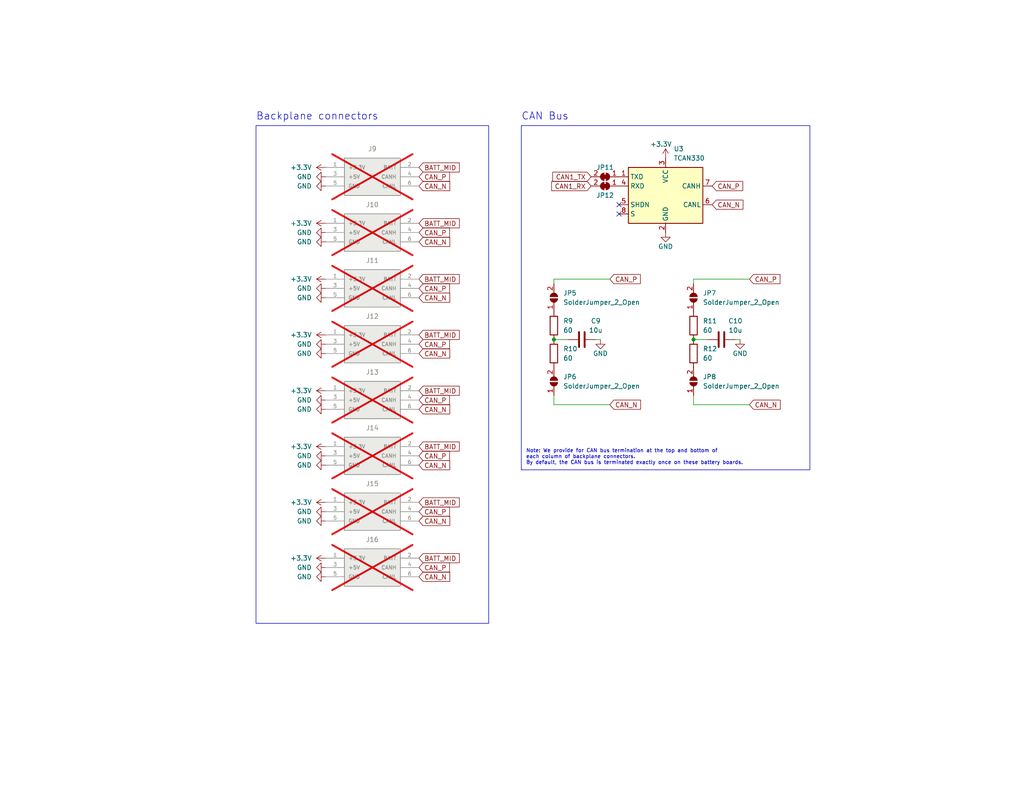
<source format=kicad_sch>
(kicad_sch (version 20230121) (generator eeschema)
  (paper "USLetter")
  (lib_symbols
    (symbol "Device:C" (pin_numbers hide) (pin_names (offset 0.254))
      (property "Reference" "C" (at 0.635 2.54 0))
      (property "Value" "C" (at 0.635 -2.54 0))
      (symbol "C_0_1"
        (polyline (pts (xy -2.032 -0.762) (xy 2.032 -0.762)) (stroke (width 0.508)))
        (polyline (pts (xy -2.032 0.762) (xy 2.032 0.762)) (stroke (width 0.508)))
      )
      (symbol "C_1_1"
        (pin passive line (at 0 3.81 270) (length 2.794) (name "~") (number "1"))
        (pin passive line (at 0 -3.81 90) (length 2.794) (name "~") (number "2"))
      )
    )
    (symbol "Device:R" (pin_numbers hide) (pin_names (offset 0))
      (property "Reference" "R" (at 2.032 0 90))
      (property "Value" "R" (at 0 0 90))
      (symbol "R_0_1"
        (rectangle (start -1.016 -2.54) (end 1.016 2.54) (stroke (width 0.254)))
      )
      (symbol "R_1_1"
        (pin passive line (at 0 3.81 270) (length 1.27) (name "~") (number "1"))
        (pin passive line (at 0 -3.81 90) (length 1.27) (name "~") (number "2"))
      )
    )
    (symbol "Interface_CAN_LIN:TCAN330"
      (property "Reference" "U" (at -10.16 8.89 0))
      (property "Value" "TCAN330" (at 2.54 8.89 0))
      (symbol "TCAN330_0_1"
        (rectangle (start -10.16 7.62) (end 10.16 -7.62) (stroke (width 0.254)) (fill (type background)))
      )
      (symbol "TCAN330_1_1"
        (pin input line (at -12.7 5.08 0) (length 2.54) (name "TXD") (number "1"))
        (pin power_in line (at 0 -10.16 90) (length 2.54) (name "GND") (number "2"))
        (pin power_in line (at 0 10.16 270) (length 2.54) (name "VCC") (number "3"))
        (pin tri_state line (at -12.7 2.54 0) (length 2.54) (name "RXD") (number "4"))
        (pin input line (at -12.7 -2.54 0) (length 2.54) (name "SHDN") (number "5"))
        (pin bidirectional line (at 12.7 -2.54 180) (length 2.54) (name "CANL") (number "6"))
        (pin bidirectional line (at 12.7 2.54 180) (length 2.54) (name "CANH") (number "7"))
        (pin input line (at -12.7 -5.08 0) (length 2.54) (name "S") (number "8"))
      )
    )
    (symbol "Jumper:SolderJumper_2_Bridged" (pin_names (offset 0) hide)
      (property "Reference" "JP" (at 0 2.032 0))
      (property "Value" "SolderJumper_2_Bridged" (at 0 -2.54 0))
      (symbol "SolderJumper_2_Bridged_0_1"
        (rectangle (start -0.508 0.508) (end 0.508 -0.508) (fill (type outline)))
        (arc (start -0.254 1.016) (mid -1.2656 0) (end -0.254 -1.016))
        (arc (start -0.254 1.016) (mid -1.2656 0) (end -0.254 -1.016) (fill (type outline)))
        (polyline (pts (xy -0.254 1.016) (xy -0.254 -1.016)))
        (polyline (pts (xy 0.254 1.016) (xy 0.254 -1.016)))
        (arc (start 0.254 -1.016) (mid 1.2656 0) (end 0.254 1.016))
        (arc (start 0.254 -1.016) (mid 1.2656 0) (end 0.254 1.016) (fill (type outline)))
      )
      (symbol "SolderJumper_2_Bridged_1_1"
        (pin passive line (at -3.81 0 0) (length 2.54) (name "A") (number "1"))
        (pin passive line (at 3.81 0 180) (length 2.54) (name "B") (number "2"))
      )
    )
    (symbol "Jumper:SolderJumper_2_Open" (pin_names (offset 0) hide)
      (property "Reference" "JP" (at 0 2.032 0))
      (property "Value" "SolderJumper_2_Open" (at 0 -2.54 0))
      (symbol "SolderJumper_2_Open_0_1"
        (arc (start -0.254 1.016) (mid -1.2656 0) (end -0.254 -1.016))
        (arc (start -0.254 1.016) (mid -1.2656 0) (end -0.254 -1.016) (fill (type outline)))
        (polyline (pts (xy -0.254 1.016) (xy -0.254 -1.016)))
        (polyline (pts (xy 0.254 1.016) (xy 0.254 -1.016)))
        (arc (start 0.254 -1.016) (mid 1.2656 0) (end 0.254 1.016))
        (arc (start 0.254 -1.016) (mid 1.2656 0) (end 0.254 1.016) (fill (type outline)))
      )
      (symbol "SolderJumper_2_Open_1_1"
        (pin passive line (at -3.81 0 0) (length 2.54) (name "A") (number "1"))
        (pin passive line (at 3.81 0 180) (length 2.54) (name "B") (number "2"))
      )
    )
    (symbol "TVSC:Backplane_Connector_Consumer" (pin_names (offset 1.016))
      (property "Reference" "J" (at 0 6.35 0))
      (symbol "Backplane_Connector_Consumer_0_0"
        (rectangle (start -7.62 -5.08) (end 7.62 5.08) (stroke (width 0.254)) (fill (type background)))
      )
      (symbol "Backplane_Connector_Consumer_1_0"
        (pin power_out line (at -12.7 2.54 0) (length 5.08) (name "+3.3V") (number "1"))
        (pin passive line (at 12.7 2.54 180) (length 5.08) (name "BATT") (number "2"))
        (pin power_out line (at -12.7 0 0) (length 5.08) (name "+5V") (number "3"))
        (pin bidirectional line (at 12.7 0 180) (length 5.08) (name "CANH") (number "4"))
        (pin power_out line (at -12.7 -2.54 0) (length 5.08) (name "GND") (number "5"))
        (pin bidirectional line (at 12.7 -2.54 180) (length 5.08) (name "CANL") (number "6"))
      )
    )
    (symbol "power:+3.3V" (power) (pin_names (offset 0))
      (property "Value" "+3.3V" (at 0 3.556 0))
      (symbol "+3.3V_0_1"
        (polyline (pts (xy -0.762 1.27) (xy 0 2.54)))
        (polyline (pts (xy 0 0) (xy 0 2.54)))
        (polyline (pts (xy 0 2.54) (xy 0.762 1.27)))
      )
      (symbol "+3.3V_1_1"
        (pin power_in line (at 0 0 90) (length 0) hide (name "+3.3V") (number "1"))
      )
    )
    (symbol "power:GND" (power) (pin_names (offset 0))
      (property "Value" "GND" (at 0 -3.81 0))
      (symbol "GND_0_1"
        (polyline (pts (xy 0 0) (xy 0 -1.27) (xy 1.27 -1.27) (xy 0 -2.54) (xy -1.27 -1.27) (xy 0 -1.27)))
      )
      (symbol "GND_1_1"
        (pin power_in line (at 0 0 270) (length 0) hide (name "GND") (number "1"))
      )
    )
  )
  (junction (at 189.23 92.71))
  (junction (at 151.13 92.71))
  (no_connect (at 168.91 55.88))
  (no_connect (at 168.91 58.42))
  (wire (pts (xy 193.04 92.71) (xy 189.23 92.71)))
  (wire (pts (xy 151.13 76.2) (xy 166.37 76.2)))
  (wire (pts (xy 162.56 92.71) (xy 163.83 92.71)))
  (wire (pts (xy 200.66 92.71) (xy 201.93 92.71)))
  (wire (pts (xy 151.13 76.2) (xy 151.13 77.47)))
  (wire (pts (xy 189.23 76.2) (xy 204.47 76.2)))
  (wire (pts (xy 189.23 76.2) (xy 189.23 77.47)))
  (wire (pts (xy 189.23 110.49) (xy 189.23 107.95)))
  (wire (pts (xy 151.13 110.49) (xy 166.37 110.49)))
  (wire (pts (xy 151.13 110.49) (xy 151.13 107.95)))
  (wire (pts (xy 189.23 110.49) (xy 204.47 110.49)))
  (wire (pts (xy 154.94 92.71) (xy 151.13 92.71)))
  (rectangle (start 69.85 34.29) (end 133.35 170.18))
  (rectangle (start 142.24 34.29) (end 220.98 128.27))
  (text "CAN Bus" (at 142.24 33.02 0) (effects (font (size 2 2)) (justify left bottom)))
  (text "Backplane connectors" (at 69.85 33.02 0) (effects (font (size 2 2)) (justify left bottom)))
  (text "Note: We provide for CAN bus termination at the top and bottom of\neach column of backplane connectors.\nBy default, the CAN bus is terminated exactly once on these battery boards." (at 143.51 127 0) (effects (font (size 1 1)) (justify left bottom)))
  (global_label "CAN_P" (shape input) (at 114.3 63.5 0) (property "Intersheetrefs" "${INTERSHEET_REFS}" (effects hide)))
  (global_label "CAN_N" (shape input) (at 114.3 142.24 0) (property "Intersheetrefs" "${INTERSHEET_REFS}" (effects hide)))
  (global_label "CAN_N" (shape input) (at 114.3 81.28 0) (property "Intersheetrefs" "${INTERSHEET_REFS}" (effects hide)))
  (global_label "CAN_P" (shape input) (at 114.3 78.74 0) (property "Intersheetrefs" "${INTERSHEET_REFS}" (effects hide)))
  (global_label "BATT_MID" (shape input) (at 114.3 45.72 0) (property "Intersheetrefs" "${INTERSHEET_REFS}" (effects hide)))
  (global_label "BATT_MID" (shape input) (at 114.3 137.16 0) (property "Intersheetrefs" "${INTERSHEET_REFS}" (effects hide)))
  (global_label "CAN_P" (shape input) (at 194.31 50.8 0) (property "Intersheetrefs" "${INTERSHEET_REFS}" (effects hide)))
  (global_label "CAN_P" (shape input) (at 114.3 93.98 0) (property "Intersheetrefs" "${INTERSHEET_REFS}" (effects hide)))
  (global_label "CAN_N" (shape input) (at 114.3 96.52 0) (property "Intersheetrefs" "${INTERSHEET_REFS}" (effects hide)))
  (global_label "BATT_MID" (shape input) (at 114.3 91.44 0) (property "Intersheetrefs" "${INTERSHEET_REFS}" (effects hide)))
  (global_label "CAN_P" (shape input) (at 166.37 76.2 0) (property "Intersheetrefs" "${INTERSHEET_REFS}" (effects hide)))
  (global_label "BATT_MID" (shape input) (at 114.3 152.4 0) (property "Intersheetrefs" "${INTERSHEET_REFS}" (effects hide)))
  (global_label "CAN_P" (shape input) (at 114.3 124.46 0) (property "Intersheetrefs" "${INTERSHEET_REFS}" (effects hide)))
  (global_label "CAN_N" (shape input) (at 114.3 157.48 0) (property "Intersheetrefs" "${INTERSHEET_REFS}" (effects hide)))
  (global_label "BATT_MID" (shape input) (at 114.3 60.96 0) (property "Intersheetrefs" "${INTERSHEET_REFS}" (effects hide)))
  (global_label "CAN_N" (shape input) (at 166.37 110.49 0) (property "Intersheetrefs" "${INTERSHEET_REFS}" (effects hide)))
  (global_label "BATT_MID" (shape input) (at 114.3 106.68 0) (property "Intersheetrefs" "${INTERSHEET_REFS}" (effects hide)))
  (global_label "CAN_P" (shape input) (at 114.3 48.26 0) (property "Intersheetrefs" "${INTERSHEET_REFS}" (effects hide)))
  (global_label "CAN1_RX" (shape input) (at 161.29 50.8 180) (property "Intersheetrefs" "${INTERSHEET_REFS}" (effects hide)))
  (global_label "BATT_MID" (shape input) (at 114.3 121.92 0) (property "Intersheetrefs" "${INTERSHEET_REFS}" (effects hide)))
  (global_label "CAN_N" (shape input) (at 114.3 50.8 0) (property "Intersheetrefs" "${INTERSHEET_REFS}" (effects hide)))
  (global_label "CAN_P" (shape input) (at 114.3 139.7 0) (property "Intersheetrefs" "${INTERSHEET_REFS}" (effects hide)))
  (global_label "CAN_N" (shape input) (at 114.3 66.04 0) (property "Intersheetrefs" "${INTERSHEET_REFS}" (effects hide)))
  (global_label "CAN_P" (shape input) (at 204.47 76.2 0) (property "Intersheetrefs" "${INTERSHEET_REFS}" (effects hide)))
  (global_label "BATT_MID" (shape input) (at 114.3 76.2 0) (property "Intersheetrefs" "${INTERSHEET_REFS}" (effects hide)))
  (global_label "CAN1_TX" (shape input) (at 161.29 48.26 180) (property "Intersheetrefs" "${INTERSHEET_REFS}" (effects hide)))
  (global_label "CAN_N" (shape input) (at 114.3 111.76 0) (property "Intersheetrefs" "${INTERSHEET_REFS}" (effects hide)))
  (global_label "CAN_N" (shape input) (at 114.3 127 0) (property "Intersheetrefs" "${INTERSHEET_REFS}" (effects hide)))
  (global_label "CAN_P" (shape input) (at 114.3 154.94 0) (property "Intersheetrefs" "${INTERSHEET_REFS}" (effects hide)))
  (global_label "CAN_N" (shape input) (at 194.31 55.88 0) (property "Intersheetrefs" "${INTERSHEET_REFS}" (effects hide)))
  (global_label "CAN_P" (shape input) (at 114.3 109.22 0) (property "Intersheetrefs" "${INTERSHEET_REFS}" (effects hide)))
  (global_label "CAN_N" (shape input) (at 204.47 110.49 0) (property "Intersheetrefs" "${INTERSHEET_REFS}" (effects hide)))
  (symbol (lib_id "power:GND") (at 163.83 92.71 0) (unit 1)
    (property "Reference" "#PWR067" (effects hide))
    (property "Value" "GND" (at 163.83 96.52 0))
  )
  (symbol (lib_id "power:+3.3V") (at 181.61 43.18 0) (unit 1)
    (property "Reference" "#PWR063" (effects hide))
    (property "Value" "+3.3V" (at 180.34 39.37 0))
  )
  (symbol (lib_id "power:GND") (at 201.93 92.71 0) (unit 1)
    (property "Reference" "#PWR068" (effects hide))
    (property "Value" "GND" (at 201.93 96.52 0))
  )
  (symbol (lib_id "TVSC:Backplane_Connector_Consumer") (at 101.6 93.98 0) (unit 1) (dnp yes)
    (property "Reference" "J12" (at 101.6 86.36 0))
    (property "Value" "TE_Connectivity_7-5530843-7" (effects hide))
    (property "Footprint" "footprints:TE_Connectivity_7-5530843-7" (effects hide))
    (property "Datasheet" "https://www.te.com/commerce/DocumentDelivery/DDEController?Action=showdoc&DocId=Customer+Drawing%7F5530843%7FG1%7Fpdf%7FEnglish%7FENG_CD_5530843_G1.pdf" (effects hide))
    (property "Manufacturer" "TE Connectivity" (effects hide))
    (property "Manufacturer Part Number" "7-5530843-7" (effects hide))
    (property "MPN" "C4570400" (effects hide))
  )
  (symbol (lib_id "TVSC:Backplane_Connector_Consumer") (at 101.6 109.22 0) (unit 1) (dnp yes)
    (property "Reference" "J13" (at 101.6 101.6 0))
    (property "Value" "TE_Connectivity_7-5530843-7" (effects hide))
    (property "Footprint" "footprints:TE_Connectivity_7-5530843-7" (effects hide))
    (property "Datasheet" "https://www.te.com/commerce/DocumentDelivery/DDEController?Action=showdoc&DocId=Customer+Drawing%7F5530843%7FG1%7Fpdf%7FEnglish%7FENG_CD_5530843_G1.pdf" (effects hide))
    (property "Manufacturer" "TE Connectivity" (effects hide))
    (property "Manufacturer Part Number" "7-5530843-7" (effects hide))
    (property "MPN" "C4570400" (effects hide))
  )
  (symbol (lib_id "power:GND") (at 181.61 63.5 0) (unit 1)
    (property "Reference" "#PWR064" (effects hide))
    (property "Value" "GND" (at 181.61 67.31 0))
  )
  (symbol (lib_id "power:GND") (at 88.9 66.04 270) (unit 1)
    (property "Reference" "#PWR044" (effects hide))
    (property "Value" "GND" (at 85.09 66.04 90) (effects (justify right)))
  )
  (symbol (lib_id "Device:R") (at 151.13 88.9 0) (unit 1)
    (property "Reference" "R9" (at 153.67 87.63 0) (effects (justify left)))
    (property "Value" "60" (at 153.67 90.17 0) (effects (justify left)))
    (property "Footprint" "Resistor_SMD:R_0402_1005Metric" (effects hide))
  )
  (symbol (lib_id "power:+3.3V") (at 88.9 152.4 90) (unit 1)
    (property "Reference" "#PWR060" (effects hide))
    (property "Value" "+3.3V" (at 85.09 152.4 90) (effects (justify left)))
  )
  (symbol (lib_id "Device:C") (at 158.75 92.71 90) (unit 1)
    (property "Reference" "C9" (at 162.56 87.63 90))
    (property "Value" "10u" (at 162.56 90.17 90))
    (property "Footprint" "Capacitor_SMD:C_0603_1608Metric" (effects hide))
    (property "MPN" "C19702" (effects hide))
    (property "Manufacturer" "Samsung Electro-Mechanics" (effects hide))
    (property "Manufacturer Part Number" "CL10A106KP8NNNC" (effects hide))
  )
  (symbol (lib_id "Interface_CAN_LIN:TCAN330") (at 181.61 53.34 0) (unit 1)
    (property "Reference" "U3" (at 183.8041 40.64 0) (effects (justify left)))
    (property "Value" "TCAN330" (at 183.8041 43.18 0) (effects (justify left)))
    (property "Footprint" "Package_TO_SOT_SMD:SOT-23-8" (effects hide))
    (property "Datasheet" "http://www.ti.com/lit/ds/symlink/tcan337.pdf" (effects hide))
    (property "Alternate" "TCAN332" (effects hide))
    (property "Manufacturer" "Texas Instruments" (effects hide))
    (property "Manufacturer Part Number" "TCAN330DCNR" (effects hide))
    (property "Active" "Y" (effects hide))
    (property "MPN" "C2877587" (effects hide))
  )
  (symbol (lib_id "power:+3.3V") (at 88.9 106.68 90) (unit 1)
    (property "Reference" "#PWR051" (effects hide))
    (property "Value" "+3.3V" (at 85.09 106.68 90) (effects (justify left)))
  )
  (symbol (lib_id "Device:R") (at 189.23 96.52 0) (unit 1)
    (property "Reference" "R12" (at 191.77 95.25 0) (effects (justify left)))
    (property "Value" "60" (at 191.77 97.79 0) (effects (justify left)))
    (property "Footprint" "Resistor_SMD:R_0402_1005Metric" (effects hide))
  )
  (symbol (lib_id "TVSC:Backplane_Connector_Consumer") (at 101.6 124.46 0) (unit 1) (dnp yes)
    (property "Reference" "J14" (at 101.6 116.84 0))
    (property "Value" "TE_Connectivity_7-5530843-7" (effects hide))
    (property "Footprint" "footprints:TE_Connectivity_7-5530843-7" (effects hide))
    (property "Datasheet" "https://www.te.com/commerce/DocumentDelivery/DDEController?Action=showdoc&DocId=Customer+Drawing%7F5530843%7FG1%7Fpdf%7FEnglish%7FENG_CD_5530843_G1.pdf" (effects hide))
    (property "Manufacturer" "TE Connectivity" (effects hide))
    (property "Manufacturer Part Number" "7-5530843-7" (effects hide))
    (property "MPN" "C4570400" (effects hide))
  )
  (symbol (lib_id "power:GND") (at 88.9 48.26 270) (unit 1)
    (property "Reference" "#PWR020" (effects hide))
    (property "Value" "GND" (at 85.09 48.26 90) (effects (justify right)))
  )
  (symbol (lib_id "Jumper:SolderJumper_2_Open") (at 151.13 81.28 90) (unit 1)
    (property "Reference" "JP5" (at 153.67 80.01 90) (effects (justify right)))
    (property "Value" "SolderJumper_2_Open" (at 153.67 82.55 90) (effects (justify right)))
    (property "Footprint" "Jumper:SolderJumper-2_P1.3mm_Open_RoundedPad1.0x1.5mm" (effects hide))
  )
  (symbol (lib_id "power:GND") (at 88.9 127 270) (unit 1)
    (property "Reference" "#PWR056" (effects hide))
    (property "Value" "GND" (at 85.09 127 90) (effects (justify right)))
  )
  (symbol (lib_id "TVSC:Backplane_Connector_Consumer") (at 101.6 154.94 0) (unit 1) (dnp yes)
    (property "Reference" "J16" (at 101.6 147.32 0))
    (property "Value" "TE_Connectivity_7-5530843-7" (effects hide))
    (property "Footprint" "footprints:TE_Connectivity_7-5530843-7" (effects hide))
    (property "Datasheet" "https://www.te.com/commerce/DocumentDelivery/DDEController?Action=showdoc&DocId=Customer+Drawing%7F5530843%7FG1%7Fpdf%7FEnglish%7FENG_CD_5530843_G1.pdf" (effects hide))
    (property "Manufacturer" "TE Connectivity" (effects hide))
    (property "Manufacturer Part Number" "7-5530843-7" (effects hide))
    (property "MPN" "C4570400" (effects hide))
  )
  (symbol (lib_id "power:GND") (at 88.9 139.7 270) (unit 1)
    (property "Reference" "#PWR026" (effects hide))
    (property "Value" "GND" (at 85.09 139.7 90) (effects (justify right)))
  )
  (symbol (lib_id "power:+3.3V") (at 88.9 121.92 90) (unit 1)
    (property "Reference" "#PWR054" (effects hide))
    (property "Value" "+3.3V" (at 85.09 121.92 90) (effects (justify left)))
  )
  (symbol (lib_id "power:+3.3V") (at 88.9 91.44 90) (unit 1)
    (property "Reference" "#PWR048" (effects hide))
    (property "Value" "+3.3V" (at 85.09 91.44 90) (effects (justify left)))
  )
  (symbol (lib_id "power:GND") (at 88.9 124.46 270) (unit 1)
    (property "Reference" "#PWR025" (effects hide))
    (property "Value" "GND" (at 85.09 124.46 90) (effects (justify right)))
  )
  (symbol (lib_id "Jumper:SolderJumper_2_Open") (at 189.23 104.14 90) (unit 1)
    (property "Reference" "JP8" (at 191.77 102.87 90) (effects (justify right)))
    (property "Value" "SolderJumper_2_Open" (at 191.77 105.41 90) (effects (justify right)))
    (property "Footprint" "Jumper:SolderJumper-2_P1.3mm_Open_RoundedPad1.0x1.5mm" (effects hide))
  )
  (symbol (lib_id "Jumper:SolderJumper_2_Open") (at 189.23 81.28 90) (unit 1)
    (property "Reference" "JP7" (at 191.77 80.01 90) (effects (justify right)))
    (property "Value" "SolderJumper_2_Open" (at 191.77 82.55 90) (effects (justify right)))
    (property "Footprint" "Jumper:SolderJumper-2_P1.3mm_Open_RoundedPad1.0x1.5mm" (effects hide))
  )
  (symbol (lib_id "power:GND") (at 88.9 157.48 270) (unit 1)
    (property "Reference" "#PWR062" (effects hide))
    (property "Value" "GND" (at 85.09 157.48 90) (effects (justify right)))
  )
  (symbol (lib_id "Jumper:SolderJumper_2_Bridged") (at 165.1 48.26 180) (unit 1)
    (property "Reference" "JP11" (at 165.1 45.72 0))
    (property "Value" "SolderJumper_2_Bridged" (effects hide))
    (property "Footprint" "Jumper:SolderJumper-2_P1.3mm_Bridged_RoundedPad1.0x1.5mm" (effects hide))
  )
  (symbol (lib_id "power:+3.3V") (at 88.9 137.16 90) (unit 1)
    (property "Reference" "#PWR057" (effects hide))
    (property "Value" "+3.3V" (at 85.09 137.16 90) (effects (justify left)))
  )
  (symbol (lib_id "Device:R") (at 151.13 96.52 0) (unit 1)
    (property "Reference" "R10" (at 153.67 95.25 0) (effects (justify left)))
    (property "Value" "60" (at 153.67 97.79 0) (effects (justify left)))
    (property "Footprint" "Resistor_SMD:R_0402_1005Metric" (effects hide))
  )
  (symbol (lib_id "power:+3.3V") (at 88.9 45.72 90) (unit 1)
    (property "Reference" "#PWR039" (effects hide))
    (property "Value" "+3.3V" (at 85.09 45.72 90) (effects (justify left)))
  )
  (symbol (lib_id "Jumper:SolderJumper_2_Bridged") (at 165.1 50.8 180) (unit 1)
    (property "Reference" "JP12" (at 165.1 53.34 0))
    (property "Value" "SolderJumper_2_Bridged" (effects hide))
    (property "Footprint" "Jumper:SolderJumper-2_P1.3mm_Bridged_RoundedPad1.0x1.5mm" (effects hide))
  )
  (symbol (lib_id "power:+3.3V") (at 88.9 76.2 90) (unit 1)
    (property "Reference" "#PWR045" (effects hide))
    (property "Value" "+3.3V" (at 85.09 76.2 90) (effects (justify left)))
  )
  (symbol (lib_id "power:GND") (at 88.9 142.24 270) (unit 1)
    (property "Reference" "#PWR059" (effects hide))
    (property "Value" "GND" (at 85.09 142.24 90) (effects (justify right)))
  )
  (symbol (lib_id "TVSC:Backplane_Connector_Consumer") (at 101.6 78.74 0) (unit 1) (dnp yes)
    (property "Reference" "J11" (at 101.6 71.12 0))
    (property "Value" "TE_Connectivity_7-5530843-7" (effects hide))
    (property "Footprint" "footprints:TE_Connectivity_7-5530843-7" (effects hide))
    (property "Datasheet" "https://www.te.com/commerce/DocumentDelivery/DDEController?Action=showdoc&DocId=Customer+Drawing%7F5530843%7FG1%7Fpdf%7FEnglish%7FENG_CD_5530843_G1.pdf" (effects hide))
    (property "Manufacturer" "TE Connectivity" (effects hide))
    (property "Manufacturer Part Number" "7-5530843-7" (effects hide))
    (property "MPN" "C4570400" (effects hide))
  )
  (symbol (lib_id "TVSC:Backplane_Connector_Consumer") (at 101.6 63.5 0) (unit 1) (dnp yes)
    (property "Reference" "J10" (at 101.6 55.88 0))
    (property "Value" "TE_Connectivity_7-5530843-7" (effects hide))
    (property "Footprint" "footprints:TE_Connectivity_7-5530843-7" (effects hide))
    (property "Datasheet" "https://www.te.com/commerce/DocumentDelivery/DDEController?Action=showdoc&DocId=Customer+Drawing%7F5530843%7FG1%7Fpdf%7FEnglish%7FENG_CD_5530843_G1.pdf" (effects hide))
    (property "Manufacturer" "TE Connectivity" (effects hide))
    (property "Manufacturer Part Number" "7-5530843-7" (effects hide))
    (property "MPN" "C4570400" (effects hide))
  )
  (symbol (lib_id "TVSC:Backplane_Connector_Consumer") (at 101.6 48.26 0) (unit 1) (dnp yes)
    (property "Reference" "J9" (at 101.6 40.64 0))
    (property "Value" "TE_Connectivity_7-5530843-7" (effects hide))
    (property "Footprint" "footprints:TE_Connectivity_7-5530843-7" (effects hide))
    (property "Datasheet" "https://www.te.com/commerce/DocumentDelivery/DDEController?Action=showdoc&DocId=Customer+Drawing%7F5530843%7FG1%7Fpdf%7FEnglish%7FENG_CD_5530843_G1.pdf" (effects hide))
    (property "Manufacturer" "TE Connectivity" (effects hide))
    (property "Manufacturer Part Number" "7-5530843-7" (effects hide))
    (property "MPN" "C4570400" (effects hide))
  )
  (symbol (lib_id "power:GND") (at 88.9 50.8 270) (unit 1)
    (property "Reference" "#PWR041" (effects hide))
    (property "Value" "GND" (at 85.09 50.8 90) (effects (justify right)))
  )
  (symbol (lib_id "power:GND") (at 88.9 109.22 270) (unit 1)
    (property "Reference" "#PWR024" (effects hide))
    (property "Value" "GND" (at 85.09 109.22 90) (effects (justify right)))
  )
  (symbol (lib_id "power:GND") (at 88.9 81.28 270) (unit 1)
    (property "Reference" "#PWR047" (effects hide))
    (property "Value" "GND" (at 85.09 81.28 90) (effects (justify right)))
  )
  (symbol (lib_id "power:GND") (at 88.9 154.94 270) (unit 1)
    (property "Reference" "#PWR027" (effects hide))
    (property "Value" "GND" (at 85.09 154.94 90) (effects (justify right)))
  )
  (symbol (lib_id "power:GND") (at 88.9 78.74 270) (unit 1)
    (property "Reference" "#PWR022" (effects hide))
    (property "Value" "GND" (at 85.09 78.74 90) (effects (justify right)))
  )
  (symbol (lib_id "TVSC:Backplane_Connector_Consumer") (at 101.6 139.7 0) (unit 1) (dnp yes)
    (property "Reference" "J15" (at 101.6 132.08 0))
    (property "Value" "TE_Connectivity_7-5530843-7" (effects hide))
    (property "Footprint" "footprints:TE_Connectivity_7-5530843-7" (effects hide))
    (property "Datasheet" "https://www.te.com/commerce/DocumentDelivery/DDEController?Action=showdoc&DocId=Customer+Drawing%7F5530843%7FG1%7Fpdf%7FEnglish%7FENG_CD_5530843_G1.pdf" (effects hide))
    (property "Manufacturer" "TE Connectivity" (effects hide))
    (property "Manufacturer Part Number" "7-5530843-7" (effects hide))
    (property "MPN" "C4570400" (effects hide))
  )
  (symbol (lib_id "Device:R") (at 189.23 88.9 0) (unit 1)
    (property "Reference" "R11" (at 191.77 87.63 0) (effects (justify left)))
    (property "Value" "60" (at 191.77 90.17 0) (effects (justify left)))
    (property "Footprint" "Resistor_SMD:R_0402_1005Metric" (effects hide))
  )
  (symbol (lib_id "power:GND") (at 88.9 96.52 270) (unit 1)
    (property "Reference" "#PWR050" (effects hide))
    (property "Value" "GND" (at 85.09 96.52 90) (effects (justify right)))
  )
  (symbol (lib_id "power:GND") (at 88.9 111.76 270) (unit 1)
    (property "Reference" "#PWR053" (effects hide))
    (property "Value" "GND" (at 85.09 111.76 90) (effects (justify right)))
  )
  (symbol (lib_id "power:GND") (at 88.9 63.5 270) (unit 1)
    (property "Reference" "#PWR021" (effects hide))
    (property "Value" "GND" (at 85.09 63.5 90) (effects (justify right)))
  )
  (symbol (lib_id "Jumper:SolderJumper_2_Open") (at 151.13 104.14 90) (unit 1)
    (property "Reference" "JP6" (at 153.67 102.87 90) (effects (justify right)))
    (property "Value" "SolderJumper_2_Open" (at 153.67 105.41 90) (effects (justify right)))
    (property "Footprint" "Jumper:SolderJumper-2_P1.3mm_Open_RoundedPad1.0x1.5mm" (effects hide))
  )
  (symbol (lib_id "Device:C") (at 196.85 92.71 90) (unit 1)
    (property "Reference" "C10" (at 200.66 87.63 90))
    (property "Value" "10u" (at 200.66 90.17 90))
    (property "Footprint" "Capacitor_SMD:C_0603_1608Metric" (effects hide))
    (property "MPN" "C19702" (effects hide))
    (property "Manufacturer" "Samsung Electro-Mechanics" (effects hide))
    (property "Manufacturer Part Number" "CL10A106KP8NNNC" (effects hide))
  )
  (symbol (lib_id "power:GND") (at 88.9 93.98 270) (unit 1)
    (property "Reference" "#PWR023" (effects hide))
    (property "Value" "GND" (at 85.09 93.98 90) (effects (justify right)))
  )
  (symbol (lib_id "power:+3.3V") (at 88.9 60.96 90) (unit 1)
    (property "Reference" "#PWR042" (effects hide))
    (property "Value" "+3.3V" (at 85.09 60.96 90) (effects (justify left)))
  )
)
</source>
